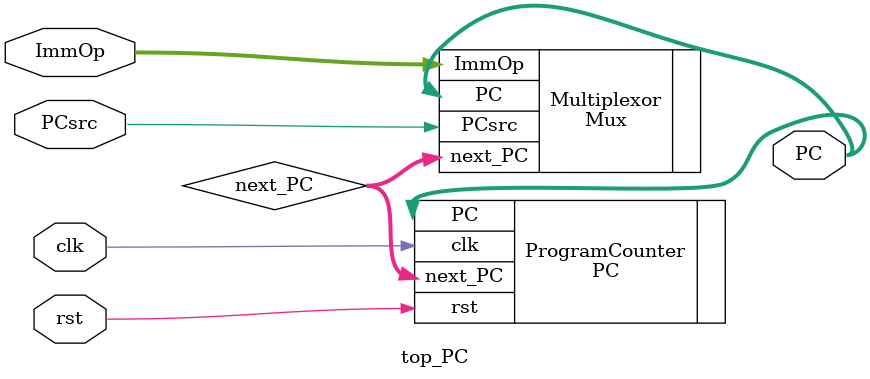
<source format=sv>
module top_PC (
    input logic [31:0] ImmOp,
    input logic clk,
    input logic rst,
    input logic PCsrc,
    output logic [31:0] PC
);

logic [31:0] next_PC;


PC ProgramCounter (
    .clk (clk),
    .rst (rst),
    .next_PC (next_PC),
    .PC (PC)
);

Mux Multiplexor (
    .PCsrc (PCsrc),
    .PC (PC),
    .ImmOp (ImmOp),
    .next_PC (next_PC)
);
    
endmodule






</source>
